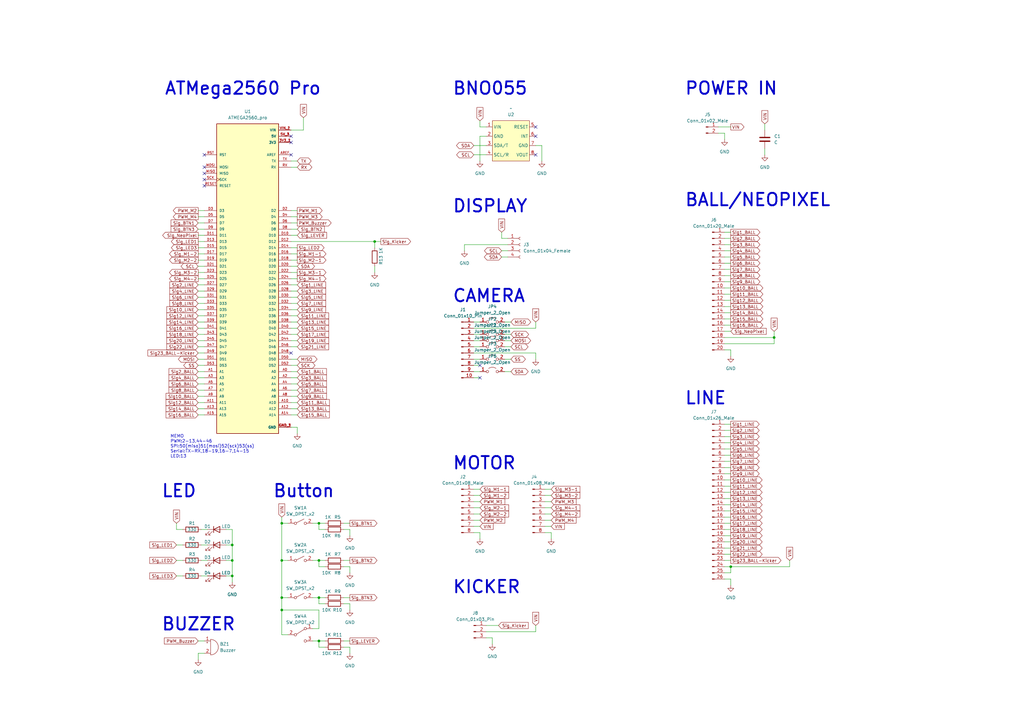
<source format=kicad_sch>
(kicad_sch (version 20230121) (generator eeschema)
  (paper "A3")
  (junction (at 299.72 232.41))
  (junction (at 115.57 214.63))
  (junction (at 95.25 223.52))
  (junction (at 130.81 245.11))
  (junction (at 130.81 229.87))
  (junction (at 115.57 229.87))
  (junction (at 95.25 236.22))
  (junction (at 130.81 214.63))
  (junction (at 95.25 229.87))
  (junction (at 153.67 99.06))
  (junction (at 115.57 250.19))
  (junction (at 317.5 138.43))
  (junction (at 130.81 262.89))
  (junction (at 115.57 245.11))
  (no_connect (at 119.38 144.78))
  (no_connect (at 196.85 149.86))
  (no_connect (at 196.85 154.94))
  (no_connect (at 83.82 63.5))
  (no_connect (at 83.82 73.66))
  (no_connect (at 83.82 71.12))
  (no_connect (at 83.82 68.58))
  (no_connect (at 119.38 58.42))
  (no_connect (at 119.38 55.88))
  (no_connect (at 219.71 63.5))
  (no_connect (at 119.38 63.5))
  (no_connect (at 219.71 52.07))
  (no_connect (at 219.71 55.88))
  (no_connect (at 83.82 76.2))
  (wire (pts (xy 119.38 121.92) (xy 121.92 121.92)))
  (wire (pts (xy 119.38 127) (xy 121.92 127)))
  (wire (pts (xy 205.74 102.87) (xy 208.28 102.87)))
  (wire (pts (xy 313.69 50.8) (xy 313.69 53.34)))
  (wire (pts (xy 194.31 215.9) (xy 196.85 215.9)))
  (wire (pts (xy 223.52 215.9) (xy 226.06 215.9)))
  (wire (pts (xy 297.18 143.51) (xy 299.72 143.51)))
  (wire (pts (xy 199.39 55.88) (xy 196.85 55.88)))
  (wire (pts (xy 81.28 129.54) (xy 83.82 129.54)))
  (wire (pts (xy 297.18 113.03) (xy 299.72 113.03)))
  (wire (pts (xy 143.51 232.41) (xy 143.51 234.95)))
  (wire (pts (xy 124.46 48.26) (xy 124.46 53.34)))
  (wire (pts (xy 297.18 212.09) (xy 299.72 212.09)))
  (wire (pts (xy 223.52 203.2) (xy 226.06 203.2)))
  (wire (pts (xy 194.31 59.69) (xy 199.39 59.69)))
  (wire (pts (xy 81.28 127) (xy 83.82 127)))
  (wire (pts (xy 74.93 217.17) (xy 72.39 217.17)))
  (wire (pts (xy 140.97 265.43) (xy 143.51 265.43)))
  (wire (pts (xy 194.31 142.24) (xy 196.85 142.24)))
  (wire (pts (xy 83.82 144.78) (xy 81.28 144.78)))
  (wire (pts (xy 297.18 110.49) (xy 299.72 110.49)))
  (wire (pts (xy 297.18 229.87) (xy 299.72 229.87)))
  (wire (pts (xy 196.85 55.88) (xy 196.85 66.04)))
  (wire (pts (xy 119.38 132.08) (xy 121.92 132.08)))
  (wire (pts (xy 81.28 91.44) (xy 83.82 91.44)))
  (wire (pts (xy 297.18 179.07) (xy 299.72 179.07)))
  (wire (pts (xy 92.71 217.17) (xy 95.25 217.17)))
  (wire (pts (xy 115.57 214.63) (xy 118.11 214.63)))
  (wire (pts (xy 297.18 237.49) (xy 299.72 237.49)))
  (wire (pts (xy 81.28 104.14) (xy 83.82 104.14)))
  (wire (pts (xy 201.93 261.62) (xy 201.93 264.16)))
  (wire (pts (xy 119.38 116.84) (xy 121.92 116.84)))
  (wire (pts (xy 153.67 99.06) (xy 156.21 99.06)))
  (wire (pts (xy 297.18 54.61) (xy 297.18 57.15)))
  (wire (pts (xy 140.97 229.87) (xy 143.51 229.87)))
  (wire (pts (xy 297.18 219.71) (xy 299.72 219.71)))
  (wire (pts (xy 74.93 236.22) (xy 72.39 236.22)))
  (wire (pts (xy 92.71 236.22) (xy 95.25 236.22)))
  (wire (pts (xy 143.51 247.65) (xy 143.51 250.19)))
  (wire (pts (xy 130.81 229.87) (xy 130.81 232.41)))
  (wire (pts (xy 297.18 189.23) (xy 299.72 189.23)))
  (wire (pts (xy 194.31 144.78) (xy 219.71 144.78)))
  (wire (pts (xy 140.97 214.63) (xy 143.51 214.63)))
  (wire (pts (xy 81.28 88.9) (xy 83.82 88.9)))
  (wire (pts (xy 130.81 214.63) (xy 130.81 217.17)))
  (wire (pts (xy 119.38 66.04) (xy 121.92 66.04)))
  (wire (pts (xy 81.28 142.24) (xy 83.82 142.24)))
  (wire (pts (xy 299.72 237.49) (xy 299.72 240.03)))
  (wire (pts (xy 297.18 120.65) (xy 299.72 120.65)))
  (wire (pts (xy 81.28 109.22) (xy 83.82 109.22)))
  (wire (pts (xy 297.18 234.95) (xy 299.72 234.95)))
  (wire (pts (xy 119.38 101.6) (xy 121.92 101.6)))
  (wire (pts (xy 81.28 162.56) (xy 83.82 162.56)))
  (wire (pts (xy 115.57 214.63) (xy 115.57 229.87)))
  (wire (pts (xy 153.67 99.06) (xy 153.67 101.6)))
  (wire (pts (xy 194.31 137.16) (xy 196.85 137.16)))
  (wire (pts (xy 130.81 262.89) (xy 130.81 265.43)))
  (wire (pts (xy 115.57 229.87) (xy 115.57 245.11)))
  (wire (pts (xy 199.39 259.08) (xy 219.71 259.08)))
  (wire (pts (xy 128.27 245.11) (xy 130.81 245.11)))
  (wire (pts (xy 223.52 210.82) (xy 226.06 210.82)))
  (wire (pts (xy 297.18 214.63) (xy 299.72 214.63)))
  (wire (pts (xy 194.31 203.2) (xy 196.85 203.2)))
  (wire (pts (xy 207.01 132.08) (xy 209.55 132.08)))
  (wire (pts (xy 130.81 229.87) (xy 133.35 229.87)))
  (wire (pts (xy 199.39 256.54) (xy 204.47 256.54)))
  (wire (pts (xy 95.25 236.22) (xy 95.25 238.76)))
  (wire (pts (xy 81.28 101.6) (xy 83.82 101.6)))
  (wire (pts (xy 323.85 229.87) (xy 323.85 232.41)))
  (wire (pts (xy 130.81 265.43) (xy 133.35 265.43)))
  (wire (pts (xy 119.38 134.62) (xy 121.92 134.62)))
  (wire (pts (xy 119.38 88.9) (xy 121.92 88.9)))
  (wire (pts (xy 119.38 53.34) (xy 124.46 53.34)))
  (wire (pts (xy 121.92 175.26) (xy 119.38 175.26)))
  (wire (pts (xy 140.97 245.11) (xy 143.51 245.11)))
  (wire (pts (xy 81.28 137.16) (xy 83.82 137.16)))
  (wire (pts (xy 81.28 119.38) (xy 83.82 119.38)))
  (wire (pts (xy 119.38 91.44) (xy 121.92 91.44)))
  (wire (pts (xy 223.52 208.28) (xy 226.06 208.28)))
  (wire (pts (xy 121.92 177.8) (xy 121.92 175.26)))
  (wire (pts (xy 297.18 196.85) (xy 299.72 196.85)))
  (wire (pts (xy 82.55 223.52) (xy 85.09 223.52)))
  (wire (pts (xy 208.28 97.79) (xy 205.74 97.79)))
  (wire (pts (xy 81.28 262.89) (xy 83.82 262.89)))
  (wire (pts (xy 219.71 132.08) (xy 219.71 134.62)))
  (wire (pts (xy 194.31 213.36) (xy 196.85 213.36)))
  (wire (pts (xy 299.72 143.51) (xy 299.72 146.05)))
  (wire (pts (xy 81.28 99.06) (xy 83.82 99.06)))
  (wire (pts (xy 297.18 102.87) (xy 299.72 102.87)))
  (wire (pts (xy 130.81 245.11) (xy 133.35 245.11)))
  (wire (pts (xy 74.93 223.52) (xy 72.39 223.52)))
  (wire (pts (xy 81.28 96.52) (xy 83.82 96.52)))
  (wire (pts (xy 95.25 217.17) (xy 95.25 223.52)))
  (wire (pts (xy 130.81 217.17) (xy 133.35 217.17)))
  (wire (pts (xy 297.18 232.41) (xy 299.72 232.41)))
  (wire (pts (xy 297.18 133.35) (xy 299.72 133.35)))
  (wire (pts (xy 194.31 132.08) (xy 196.85 132.08)))
  (wire (pts (xy 196.85 218.44) (xy 194.31 218.44)))
  (wire (pts (xy 82.55 217.17) (xy 85.09 217.17)))
  (wire (pts (xy 194.31 152.4) (xy 196.85 152.4)))
  (wire (pts (xy 294.64 52.07) (xy 299.72 52.07)))
  (wire (pts (xy 219.71 59.69) (xy 222.25 59.69)))
  (wire (pts (xy 143.51 217.17) (xy 143.51 219.71)))
  (wire (pts (xy 119.38 68.58) (xy 121.92 68.58)))
  (wire (pts (xy 81.28 93.98) (xy 83.82 93.98)))
  (wire (pts (xy 130.81 262.89) (xy 133.35 262.89)))
  (wire (pts (xy 219.71 256.54) (xy 219.71 259.08)))
  (wire (pts (xy 190.5 100.33) (xy 190.5 102.87)))
  (wire (pts (xy 119.38 111.76) (xy 121.92 111.76)))
  (wire (pts (xy 207.01 139.7) (xy 209.55 139.7)))
  (wire (pts (xy 153.67 109.22) (xy 153.67 111.76)))
  (wire (pts (xy 81.28 116.84) (xy 83.82 116.84)))
  (wire (pts (xy 196.85 52.07) (xy 196.85 49.53)))
  (wire (pts (xy 297.18 224.79) (xy 299.72 224.79)))
  (wire (pts (xy 83.82 267.97) (xy 81.28 267.97)))
  (wire (pts (xy 297.18 173.99) (xy 299.72 173.99)))
  (wire (pts (xy 92.71 229.87) (xy 95.25 229.87)))
  (wire (pts (xy 317.5 135.89) (xy 317.5 138.43)))
  (wire (pts (xy 82.55 229.87) (xy 85.09 229.87)))
  (wire (pts (xy 297.18 130.81) (xy 299.72 130.81)))
  (wire (pts (xy 297.18 181.61) (xy 299.72 181.61)))
  (wire (pts (xy 223.52 200.66) (xy 226.06 200.66)))
  (wire (pts (xy 297.18 105.41) (xy 299.72 105.41)))
  (wire (pts (xy 199.39 52.07) (xy 196.85 52.07)))
  (wire (pts (xy 297.18 135.89) (xy 299.72 135.89)))
  (wire (pts (xy 119.38 170.18) (xy 121.92 170.18)))
  (wire (pts (xy 81.28 132.08) (xy 83.82 132.08)))
  (wire (pts (xy 81.28 267.97) (xy 81.28 270.51)))
  (wire (pts (xy 82.55 236.22) (xy 85.09 236.22)))
  (wire (pts (xy 119.38 93.98) (xy 121.92 93.98)))
  (wire (pts (xy 199.39 261.62) (xy 201.93 261.62)))
  (wire (pts (xy 74.93 229.87) (xy 72.39 229.87)))
  (wire (pts (xy 119.38 160.02) (xy 121.92 160.02)))
  (wire (pts (xy 140.97 217.17) (xy 143.51 217.17)))
  (wire (pts (xy 119.38 129.54) (xy 121.92 129.54)))
  (wire (pts (xy 297.18 204.47) (xy 299.72 204.47)))
  (wire (pts (xy 130.81 245.11) (xy 130.81 247.65)))
  (wire (pts (xy 119.38 119.38) (xy 121.92 119.38)))
  (wire (pts (xy 317.5 140.97) (xy 317.5 138.43)))
  (wire (pts (xy 226.06 218.44) (xy 223.52 218.44)))
  (wire (pts (xy 119.38 162.56) (xy 121.92 162.56)))
  (wire (pts (xy 299.72 232.41) (xy 323.85 232.41)))
  (wire (pts (xy 297.18 128.27) (xy 299.72 128.27)))
  (wire (pts (xy 81.28 106.68) (xy 83.82 106.68)))
  (wire (pts (xy 81.28 134.62) (xy 83.82 134.62)))
  (wire (pts (xy 297.18 191.77) (xy 299.72 191.77)))
  (wire (pts (xy 95.25 223.52) (xy 95.25 229.87)))
  (wire (pts (xy 207.01 152.4) (xy 209.55 152.4)))
  (wire (pts (xy 121.92 109.22) (xy 119.38 109.22)))
  (wire (pts (xy 297.18 186.69) (xy 299.72 186.69)))
  (wire (pts (xy 297.18 184.15) (xy 299.72 184.15)))
  (wire (pts (xy 297.18 138.43) (xy 317.5 138.43)))
  (wire (pts (xy 128.27 257.81) (xy 130.81 257.81)))
  (wire (pts (xy 297.18 140.97) (xy 317.5 140.97)))
  (wire (pts (xy 81.28 149.86) (xy 83.82 149.86)))
  (wire (pts (xy 119.38 167.64) (xy 121.92 167.64)))
  (wire (pts (xy 81.28 157.48) (xy 83.82 157.48)))
  (wire (pts (xy 194.31 139.7) (xy 196.85 139.7)))
  (wire (pts (xy 297.18 201.93) (xy 299.72 201.93)))
  (wire (pts (xy 81.28 139.7) (xy 83.82 139.7)))
  (wire (pts (xy 81.28 121.92) (xy 83.82 121.92)))
  (wire (pts (xy 194.31 200.66) (xy 196.85 200.66)))
  (wire (pts (xy 81.28 167.64) (xy 83.82 167.64)))
  (wire (pts (xy 205.74 95.25) (xy 205.74 97.79)))
  (wire (pts (xy 119.38 114.3) (xy 121.92 114.3)))
  (wire (pts (xy 297.18 227.33) (xy 299.72 227.33)))
  (wire (pts (xy 119.38 106.68) (xy 121.92 106.68)))
  (wire (pts (xy 119.38 152.4) (xy 121.92 152.4)))
  (wire (pts (xy 119.38 86.36) (xy 121.92 86.36)))
  (wire (pts (xy 140.97 262.89) (xy 143.51 262.89)))
  (wire (pts (xy 128.27 262.89) (xy 130.81 262.89)))
  (wire (pts (xy 297.18 207.01) (xy 299.72 207.01)))
  (wire (pts (xy 194.31 149.86) (xy 196.85 149.86)))
  (wire (pts (xy 119.38 165.1) (xy 121.92 165.1)))
  (wire (pts (xy 81.28 124.46) (xy 83.82 124.46)))
  (wire (pts (xy 297.18 97.79) (xy 299.72 97.79)))
  (wire (pts (xy 194.31 205.74) (xy 196.85 205.74)))
  (wire (pts (xy 81.28 86.36) (xy 83.82 86.36)))
  (wire (pts (xy 119.38 96.52) (xy 121.92 96.52)))
  (wire (pts (xy 143.51 265.43) (xy 143.51 267.97)))
  (wire (pts (xy 297.18 118.11) (xy 299.72 118.11)))
  (wire (pts (xy 81.28 165.1) (xy 83.82 165.1)))
  (wire (pts (xy 207.01 137.16) (xy 209.55 137.16)))
  (wire (pts (xy 119.38 157.48) (xy 121.92 157.48)))
  (wire (pts (xy 130.81 214.63) (xy 133.35 214.63)))
  (wire (pts (xy 119.38 139.7) (xy 121.92 139.7)))
  (wire (pts (xy 297.18 95.25) (xy 299.72 95.25)))
  (wire (pts (xy 223.52 205.74) (xy 226.06 205.74)))
  (wire (pts (xy 297.18 194.31) (xy 299.72 194.31)))
  (wire (pts (xy 194.31 63.5) (xy 199.39 63.5)))
  (wire (pts (xy 207.01 142.24) (xy 209.55 142.24)))
  (wire (pts (xy 196.85 220.98) (xy 196.85 218.44)))
  (wire (pts (xy 208.28 100.33) (xy 190.5 100.33)))
  (wire (pts (xy 299.72 232.41) (xy 299.72 234.95)))
  (wire (pts (xy 297.18 115.57) (xy 299.72 115.57)))
  (wire (pts (xy 219.71 144.78) (xy 219.71 147.32)))
  (wire (pts (xy 119.38 104.14) (xy 121.92 104.14)))
  (wire (pts (xy 119.38 137.16) (xy 121.92 137.16)))
  (wire (pts (xy 119.38 142.24) (xy 121.92 142.24)))
  (wire (pts (xy 140.97 247.65) (xy 143.51 247.65)))
  (wire (pts (xy 297.18 217.17) (xy 299.72 217.17)))
  (wire (pts (xy 194.31 134.62) (xy 219.71 134.62)))
  (wire (pts (xy 297.18 209.55) (xy 299.72 209.55)))
  (wire (pts (xy 81.28 147.32) (xy 83.82 147.32)))
  (wire (pts (xy 115.57 212.09) (xy 115.57 214.63)))
  (wire (pts (xy 130.81 257.81) (xy 130.81 250.19)))
  (wire (pts (xy 115.57 245.11) (xy 115.57 250.19)))
  (wire (pts (xy 297.18 176.53) (xy 299.72 176.53)))
  (wire (pts (xy 128.27 214.63) (xy 130.81 214.63)))
  (wire (pts (xy 226.06 220.98) (xy 226.06 218.44)))
  (wire (pts (xy 128.27 229.87) (xy 130.81 229.87)))
  (wire (pts (xy 194.31 147.32) (xy 196.85 147.32)))
  (wire (pts (xy 223.52 213.36) (xy 226.06 213.36)))
  (wire (pts (xy 297.18 100.33) (xy 299.72 100.33)))
  (wire (pts (xy 119.38 124.46) (xy 121.92 124.46)))
  (wire (pts (xy 115.57 250.19) (xy 115.57 260.35)))
  (wire (pts (xy 81.28 154.94) (xy 83.82 154.94)))
  (wire (pts (xy 205.74 105.41) (xy 208.28 105.41)))
  (wire (pts (xy 297.18 107.95) (xy 299.72 107.95)))
  (wire (pts (xy 194.31 154.94) (xy 196.85 154.94)))
  (wire (pts (xy 81.28 160.02) (xy 83.82 160.02)))
  (wire (pts (xy 222.25 59.69) (xy 222.25 66.04)))
  (wire (pts (xy 119.38 147.32) (xy 121.92 147.32)))
  (wire (pts (xy 115.57 260.35) (xy 118.11 260.35)))
  (wire (pts (xy 95.25 229.87) (xy 95.25 236.22)))
  (wire (pts (xy 115.57 229.87) (xy 118.11 229.87)))
  (wire (pts (xy 207.01 147.32) (xy 209.55 147.32)))
  (wire (pts (xy 81.28 114.3) (xy 83.82 114.3)))
  (wire (pts (xy 194.31 208.28) (xy 196.85 208.28)))
  (wire (pts (xy 297.18 222.25) (xy 299.72 222.25)))
  (wire (pts (xy 297.18 199.39) (xy 299.72 199.39)))
  (wire (pts (xy 119.38 99.06) (xy 153.67 99.06)))
  (wire (pts (xy 294.64 54.61) (xy 297.18 54.61)))
  (wire (pts (xy 130.81 250.19) (xy 115.57 250.19)))
  (wire (pts (xy 297.18 123.19) (xy 299.72 123.19)))
  (wire (pts (xy 72.39 214.63) (xy 72.39 217.17)))
  (wire (pts (xy 92.71 223.52) (xy 95.25 223.52)))
  (wire (pts (xy 130.81 247.65) (xy 133.35 247.65)))
  (wire (pts (xy 130.81 232.41) (xy 133.35 232.41)))
  (wire (pts (xy 119.38 149.86) (xy 121.92 149.86)))
  (wire (pts (xy 81.28 152.4) (xy 83.82 152.4)))
  (wire (pts (xy 297.18 125.73) (xy 299.72 125.73)))
  (wire (pts (xy 119.38 154.94) (xy 121.92 154.94)))
  (wire (pts (xy 81.28 170.18) (xy 83.82 170.18)))
  (wire (pts (xy 313.69 60.96) (xy 313.69 63.5)))
  (wire (pts (xy 115.57 245.11) (xy 118.11 245.11)))
  (wire (pts (xy 81.28 111.76) (xy 83.82 111.76)))
  (wire (pts (xy 194.31 210.82) (xy 196.85 210.82)))
  (wire (pts (xy 140.97 232.41) (xy 143.51 232.41)))
  (text "BALL/NEOPIXEL" (at 280.67 85.09 0) (effects (font (size 5.08 5.08) (thickness 0.762) bold) (justify left bottom)))
  (text "DISPLAY" (at 185.42 87.63 0) (effects (font (size 5.08 5.08) (thickness 0.762) bold) (justify left bottom)))
  (text "CAMERA" (at 185.42 124.46 0) (effects (font (size 5.08 5.08) (thickness 0.762) bold) (justify left bottom)))
  (text "LED" (at 66.04 204.47 0) (effects (font (size 5.08 5.08) (thickness 0.762) bold) (justify left bottom)))
  (text "BNO055" (at 185.42 39.37 0) (effects (font (size 5.08 5.08) (thickness 0.762) bold) (justify left bottom)))
  (text "Button" (at 111.76 204.47 0) (effects (font (size 5.08 5.08) (thickness 0.762) bold) (justify left bottom)))
  (text "BUZZER" (at 66.04 259.08 0) (effects (font (size 5.08 5.08) (thickness 0.762) bold) (justify left bottom)))
  (text "MOTOR" (at 185.42 193.04 0) (effects (font (size 5.08 5.08) (thickness 0.762) bold) (justify left bottom)))
  (text "MEMO\nPWM:2-13,44-46\nSPI:50(miso)51(mosi)52(sck)53(ss)\nSerial:TX-RX,18-19,16-7,14-15\nLED:13" (at 69.85 187.96 0) (effects (font (size 1.27 1.27)) (justify left bottom)))
  (text "LINE" (at 280.67 166.37 0) (effects (font (size 5.08 5.08) (thickness 0.762) bold) (justify left bottom)))
  (text "POWER IN" (at 280.67 39.37 0) (effects (font (size 5.08 5.08) (thickness 0.762) bold) (justify left bottom)))
  (text "KICKER" (at 185.42 243.84 0) (effects (font (size 5.08 5.08) (thickness 0.762) bold) (justify left bottom)))
  (text "ATMega2560 Pro" (at 67.31 39.37 0) (effects (font (size 5.08 5.08) (thickness 0.762) bold) (justify left bottom)))
  (global_label "Sig22_LINE" (shape input) (at 81.28 142.24 180) (property "Intersheetrefs" "${INTERSHEET_REFS}" (effects hide)))
  (global_label "Sig5_LINE" (shape output) (at 299.72 184.15 0) (property "Intersheetrefs" "${INTERSHEET_REFS}" (effects hide)))
  (global_label "PWM_M4" (shape input) (at 226.06 213.36 0) (property "Intersheetrefs" "${INTERSHEET_REFS}" (effects hide)))
  (global_label "VIN" (shape input) (at 313.69 50.8 90) (property "Intersheetrefs" "${INTERSHEET_REFS}" (effects hide)))
  (global_label "Sig7_BALL" (shape input) (at 121.92 160.02 0) (property "Intersheetrefs" "${INTERSHEET_REFS}" (effects hide)))
  (global_label "Sig15_BALL" (shape input) (at 121.92 170.18 0) (property "Intersheetrefs" "${INTERSHEET_REFS}" (effects hide)))
  (global_label "Sig6_BALL" (shape output) (at 299.72 107.95 0) (property "Intersheetrefs" "${INTERSHEET_REFS}" (effects hide)))
  (global_label "PWM_Buzzer" (shape output) (at 121.92 91.44 0) (property "Intersheetrefs" "${INTERSHEET_REFS}" (effects hide)))
  (global_label "SDA" (shape bidirectional) (at 194.31 59.69 180) (property "Intersheetrefs" "${INTERSHEET_REFS}" (effects hide)))
  (global_label "Sig16_LINE" (shape input) (at 81.28 134.62 180) (property "Intersheetrefs" "${INTERSHEET_REFS}" (effects hide)))
  (global_label "Sig17_LINE" (shape input) (at 121.92 137.16 0) (property "Intersheetrefs" "${INTERSHEET_REFS}" (effects hide)))
  (global_label "VIN" (shape input) (at 323.85 229.87 90) (property "Intersheetrefs" "${INTERSHEET_REFS}" (effects hide)))
  (global_label "VIN" (shape input) (at 205.74 95.25 90) (property "Intersheetrefs" "${INTERSHEET_REFS}" (effects hide)))
  (global_label "Sig9_BALL" (shape output) (at 299.72 115.57 0) (property "Intersheetrefs" "${INTERSHEET_REFS}" (effects hide)))
  (global_label "Sig_LED3" (shape output) (at 81.28 101.6 180) (property "Intersheetrefs" "${INTERSHEET_REFS}" (effects hide)))
  (global_label "Sig5_BALL" (shape input) (at 121.92 157.48 0) (property "Intersheetrefs" "${INTERSHEET_REFS}" (effects hide)))
  (global_label "Sig16_LINE" (shape output) (at 299.72 212.09 0) (property "Intersheetrefs" "${INTERSHEET_REFS}" (effects hide)))
  (global_label "Sig11_LINE" (shape output) (at 299.72 199.39 0) (property "Intersheetrefs" "${INTERSHEET_REFS}" (effects hide)))
  (global_label "Sig13_LINE" (shape output) (at 299.72 204.47 0) (property "Intersheetrefs" "${INTERSHEET_REFS}" (effects hide)))
  (global_label "Sig20_LINE" (shape output) (at 299.72 222.25 0) (property "Intersheetrefs" "${INTERSHEET_REFS}" (effects hide)))
  (global_label "Sig11_LINE" (shape input) (at 121.92 129.54 0) (property "Intersheetrefs" "${INTERSHEET_REFS}" (effects hide)))
  (global_label "Sig15_LINE" (shape input) (at 121.92 134.62 0) (property "Intersheetrefs" "${INTERSHEET_REFS}" (effects hide)))
  (global_label "Sig_M1-1" (shape input) (at 196.85 200.66 0) (property "Intersheetrefs" "${INTERSHEET_REFS}" (effects hide)))
  (global_label "Sig_LED1" (shape input) (at 72.39 223.52 180) (property "Intersheetrefs" "${INTERSHEET_REFS}" (effects hide)))
  (global_label "SS" (shape bidirectional) (at 209.55 147.32 0) (property "Intersheetrefs" "${INTERSHEET_REFS}" (effects hide)))
  (global_label "Sig_LED3" (shape input) (at 72.39 236.22 180) (property "Intersheetrefs" "${INTERSHEET_REFS}" (effects hide)))
  (global_label "PWM_M2" (shape output) (at 81.28 86.36 180) (property "Intersheetrefs" "${INTERSHEET_REFS}" (effects hide)))
  (global_label "SCL" (shape bidirectional) (at 81.28 109.22 180) (property "Intersheetrefs" "${INTERSHEET_REFS}" (effects hide)))
  (global_label "Sig_M3-1" (shape output) (at 121.92 111.76 0) (property "Intersheetrefs" "${INTERSHEET_REFS}" (effects hide)))
  (global_label "MOSI" (shape bidirectional) (at 209.55 139.7 0) (property "Intersheetrefs" "${INTERSHEET_REFS}" (effects hide)))
  (global_label "Sig15_LINE" (shape output) (at 299.72 209.55 0) (property "Intersheetrefs" "${INTERSHEET_REFS}" (effects hide)))
  (global_label "Sig_M4-2" (shape input) (at 226.06 210.82 0) (property "Intersheetrefs" "${INTERSHEET_REFS}" (effects hide)))
  (global_label "Sig3_LINE" (shape output) (at 299.72 179.07 0) (property "Intersheetrefs" "${INTERSHEET_REFS}" (effects hide)))
  (global_label "Sig11_BALL" (shape output) (at 299.72 120.65 0) (property "Intersheetrefs" "${INTERSHEET_REFS}" (effects hide)))
  (global_label "SDA" (shape bidirectional) (at 121.92 109.22 0) (property "Intersheetrefs" "${INTERSHEET_REFS}" (effects hide)))
  (global_label "Sig4_LINE" (shape output) (at 299.72 181.61 0) (property "Intersheetrefs" "${INTERSHEET_REFS}" (effects hide)))
  (global_label "SCK" (shape bidirectional) (at 121.92 149.86 0) (property "Intersheetrefs" "${INTERSHEET_REFS}" (effects hide)))
  (global_label "VIN" (shape input) (at 317.5 135.89 90) (property "Intersheetrefs" "${INTERSHEET_REFS}" (effects hide)))
  (global_label "TX" (shape bidirectional) (at 121.92 66.04 0) (property "Intersheetrefs" "${INTERSHEET_REFS}" (effects hide)))
  (global_label "Sig10_BALL" (shape output) (at 299.72 118.11 0) (property "Intersheetrefs" "${INTERSHEET_REFS}" (effects hide)))
  (global_label "Sig12_LINE" (shape output) (at 299.72 201.93 0) (property "Intersheetrefs" "${INTERSHEET_REFS}" (effects hide)))
  (global_label "Sig_M2-2" (shape output) (at 81.28 106.68 180) (property "Intersheetrefs" "${INTERSHEET_REFS}" (effects hide)))
  (global_label "Sig_M2-1" (shape input) (at 196.85 208.28 0) (property "Intersheetrefs" "${INTERSHEET_REFS}" (effects hide)))
  (global_label "SDA" (shape bidirectional) (at 205.74 105.41 180) (property "Intersheetrefs" "${INTERSHEET_REFS}" (effects hide)))
  (global_label "SCL" (shape bidirectional) (at 205.74 102.87 180) (property "Intersheetrefs" "${INTERSHEET_REFS}" (effects hide)))
  (global_label "Sig_M3-2" (shape input) (at 226.06 203.2 0) (property "Intersheetrefs" "${INTERSHEET_REFS}" (effects hide)))
  (global_label "SCK" (shape bidirectional) (at 209.55 137.16 0) (property "Intersheetrefs" "${INTERSHEET_REFS}" (effects hide)))
  (global_label "Sig9_LINE" (shape input) (at 121.92 127 0) (property "Intersheetrefs" "${INTERSHEET_REFS}" (effects hide)))
  (global_label "Sig_M3-2" (shape output) (at 81.28 111.76 180) (property "Intersheetrefs" "${INTERSHEET_REFS}" (effects hide)))
  (global_label "Sig2_BALL" (shape input) (at 81.28 152.4 180) (property "Intersheetrefs" "${INTERSHEET_REFS}" (effects hide)))
  (global_label "Sig_BTN2" (shape input) (at 121.92 93.98 0) (property "Intersheetrefs" "${INTERSHEET_REFS}" (effects hide)))
  (global_label "Sig_BTN3" (shape output) (at 143.51 245.11 0) (property "Intersheetrefs" "${INTERSHEET_REFS}" (effects hide)))
  (global_label "Sig12_BALL" (shape output) (at 299.72 123.19 0) (property "Intersheetrefs" "${INTERSHEET_REFS}" (effects hide)))
  (global_label "Sig6_LINE" (shape input) (at 81.28 121.92 180) (property "Intersheetrefs" "${INTERSHEET_REFS}" (effects hide)))
  (global_label "Sig12_LINE" (shape input) (at 81.28 129.54 180) (property "Intersheetrefs" "${INTERSHEET_REFS}" (effects hide)))
  (global_label "Sig1_LINE" (shape input) (at 121.92 116.84 0) (property "Intersheetrefs" "${INTERSHEET_REFS}" (effects hide)))
  (global_label "Sig14_BALL" (shape input) (at 81.28 167.64 180) (property "Intersheetrefs" "${INTERSHEET_REFS}" (effects hide)))
  (global_label "PWM_M3" (shape output) (at 121.92 88.9 0) (property "Intersheetrefs" "${INTERSHEET_REFS}" (effects hide)))
  (global_label "Sig_NeoPixel" (shape input) (at 299.72 135.89 0) (property "Intersheetrefs" "${INTERSHEET_REFS}" (effects hide)))
  (global_label "MOSI" (shape bidirectional) (at 81.28 147.32 180) (property "Intersheetrefs" "${INTERSHEET_REFS}" (effects hide)))
  (global_label "Sig18_LINE" (shape output) (at 299.72 217.17 0) (property "Intersheetrefs" "${INTERSHEET_REFS}" (effects hide)))
  (global_label "SCL" (shape bidirectional) (at 194.31 63.5 180) (property "Intersheetrefs" "${INTERSHEET_REFS}" (effects hide)))
  (global_label "Sig_LED2" (shape input) (at 72.39 229.87 180) (property "Intersheetrefs" "${INTERSHEET_REFS}" (effects hide)))
  (global_label "Sig16_BALL" (shape output) (at 299.72 133.35 0) (property "Intersheetrefs" "${INTERSHEET_REFS}" (effects hide)))
  (global_label "RX" (shape bidirectional) (at 121.92 68.58 0) (property "Intersheetrefs" "${INTERSHEET_REFS}" (effects hide)))
  (global_label "Sig_M2-1" (shape output) (at 121.92 106.68 0) (property "Intersheetrefs" "${INTERSHEET_REFS}" (effects hide)))
  (global_label "PWM_M2" (shape input) (at 196.85 213.36 0) (property "Intersheetrefs" "${INTERSHEET_REFS}" (effects hide)))
  (global_label "VIN" (shape input) (at 196.85 49.53 90) (property "Intersheetrefs" "${INTERSHEET_REFS}" (effects hide)))
  (global_label "Sig_M1-1" (shape output) (at 121.92 104.14 0) (property "Intersheetrefs" "${INTERSHEET_REFS}" (effects hide)))
  (global_label "Sig_LEVER" (shape output) (at 143.51 262.89 0) (property "Intersheetrefs" "${INTERSHEET_REFS}" (effects hide)))
  (global_label "Sig5_BALL" (shape output) (at 299.72 105.41 0) (property "Intersheetrefs" "${INTERSHEET_REFS}" (effects hide)))
  (global_label "Sig4_BALL" (shape output) (at 299.72 102.87 0) (property "Intersheetrefs" "${INTERSHEET_REFS}" (effects hide)))
  (global_label "Sig_Kicker" (shape output) (at 156.21 99.06 0) (property "Intersheetrefs" "${INTERSHEET_REFS}" (effects hide)))
  (global_label "Sig1_BALL" (shape output) (at 299.72 95.25 0) (property "Intersheetrefs" "${INTERSHEET_REFS}" (effects hide)))
  (global_label "Sig22_LINE" (shape output) (at 299.72 227.33 0) (property "Intersheetrefs" "${INTERSHEET_REFS}" (effects hide)))
  (global_label "Sig15_BALL" (shape output) (at 299.72 130.81 0) (property "Intersheetrefs" "${INTERSHEET_REFS}" (effects hide)))
  (global_label "Sig_LEVER" (shape input) (at 121.92 96.52 0) (property "Intersheetrefs" "${INTERSHEET_REFS}" (effects hide)))
  (global_label "Sig7_LINE" (shape input) (at 121.92 124.46 0) (property "Intersheetrefs" "${INTERSHEET_REFS}" (effects hide)))
  (global_label "Sig6_LINE" (shape output) (at 299.72 186.69 0) (property "Intersheetrefs" "${INTERSHEET_REFS}" (effects hide)))
  (global_label "VIN" (shape input) (at 72.39 214.63 90) (property "Intersheetrefs" "${INTERSHEET_REFS}" (effects hide)))
  (global_label "Sig16_BALL" (shape input) (at 81.28 170.18 180) (property "Intersheetrefs" "${INTERSHEET_REFS}" (effects hide)))
  (global_label "VIN" (shape input) (at 196.85 215.9 0) (property "Intersheetrefs" "${INTERSHEET_REFS}" (effects hide)))
  (global_label "Sig_BTN1" (shape input) (at 81.28 91.44 180) (property "Intersheetrefs" "${INTERSHEET_REFS}" (effects hide)))
  (global_label "Sig4_LINE" (shape input) (at 81.28 119.38 180) (property "Intersheetrefs" "${INTERSHEET_REFS}" (effects hide)))
  (global_label "Sig17_LINE" (shape output) (at 299.72 214.63 0) (property "Intersheetrefs" "${INTERSHEET_REFS}" (effects hide)))
  (global_label "Sig_BTN2" (shape output) (at 143.51 229.87 0) (property "Intersheetrefs" "${INTERSHEET_REFS}" (effects hide)))
  (global_label "Sig18_LINE" (shape input) (at 81.28 137.16 180) (property "Intersheetrefs" "${INTERSHEET_REFS}" (effects hide)))
  (global_label "Sig14_LINE" (shape input) (at 81.28 132.08 180) (property "Intersheetrefs" "${INTERSHEET_REFS}" (effects hide)))
  (global_label "Sig4_BALL" (shape input) (at 81.28 154.94 180) (property "Intersheetrefs" "${INTERSHEET_REFS}" (effects hide)))
  (global_label "SS" (shape bidirectional) (at 81.28 149.86 180) (property "Intersheetrefs" "${INTERSHEET_REFS}" (effects hide)))
  (global_label "Sig10_BALL" (shape input) (at 81.28 162.56 180) (property "Intersheetrefs" "${INTERSHEET_REFS}" (effects hide)))
  (global_label "Sig8_BALL" (shape input) (at 81.28 160.02 180) (property "Intersheetrefs" "${INTERSHEET_REFS}" (effects hide)))
  (global_label "MISO" (shape bidirectional) (at 209.55 132.08 0) (property "Intersheetrefs" "${INTERSHEET_REFS}" (effects hide)))
  (global_label "Sig14_BALL" (shape output) (at 299.72 128.27 0) (property "Intersheetrefs" "${INTERSHEET_REFS}" (effects hide)))
  (global_label "VIN" (shape input) (at 124.46 48.26 90) (property "Intersheetrefs" "${INTERSHEET_REFS}" (effects hide)))
  (global_label "Sig12_BALL" (shape input) (at 81.28 165.1 180) (property "Intersheetrefs" "${INTERSHEET_REFS}" (effects hide)))
  (global_label "Sig13_BALL" (shape output) (at 299.72 125.73 0) (property "Intersheetrefs" "${INTERSHEET_REFS}" (effects hide)))
  (global_label "PWM_M3" (shape input) (at 226.06 205.74 0) (property "Intersheetrefs" "${INTERSHEET_REFS}" (effects hide)))
  (global_label "Sig11_BALL" (shape input) (at 121.92 165.1 0) (property "Intersheetrefs" "${INTERSHEET_REFS}" (effects hide)))
  (global_label "Sig9_LINE" (shape output) (at 299.72 194.31 0) (property "Intersheetrefs" "${INTERSHEET_REFS}" (effects hide)))
  (global_label "VIN" (shape input) (at 115.57 212.09 90) (property "Intersheetrefs" "${INTERSHEET_REFS}" (effects hide)))
  (global_label "Sig23_BALL-Kicker" (shape input) (at 81.28 144.78 180) (property "Intersheetrefs" "${INTERSHEET_REFS}" (effects hide)))
  (global_label "Sig8_BALL" (shape output) (at 299.72 113.03 0) (property "Intersheetrefs" "${INTERSHEET_REFS}" (effects hide)))
  (global_label "Sig_BTN1" (shape output) (at 143.51 214.63 0) (property "Intersheetrefs" "${INTERSHEET_REFS}" (effects hide)))
  (global_label "Sig3_LINE" (shape input) (at 121.92 119.38 0) (property "Intersheetrefs" "${INTERSHEET_REFS}" (effects hide)))
  (global_label "Sig8_LINE" (shape output) (at 299.72 191.77 0) (property "Intersheetrefs" "${INTERSHEET_REFS}" (effects hide)))
  (global_label "Sig_M4-1" (shape output) (at 121.92 114.3 0) (property "Intersheetrefs" "${INTERSHEET_REFS}" (effects hide)))
  (global_label "Sig19_LINE" (shape output) (at 299.72 219.71 0) (property "Intersheetrefs" "${INTERSHEET_REFS}" (effects hide)))
  (global_label "Sig_M3-1" (shape input) (at 226.06 200.66 0) (property "Intersheetrefs" "${INTERSHEET_REFS}" (effects hide)))
  (global_label "PWM_Buzzer" (shape input) (at 81.28 262.89 180) (property "Intersheetrefs" "${INTERSHEET_REFS}" (effects hide)))
  (global_label "Sig9_BALL" (shape input) (at 121.92 162.56 0) (property "Intersheetrefs" "${INTERSHEET_REFS}" (effects hide)))
  (global_label "Sig_M4-2" (shape output) (at 81.28 114.3 180) (property "Intersheetrefs" "${INTERSHEET_REFS}" (effects hide)))
  (global_label "Sig5_LINE" (shape input) (at 121.92 121.92 0) (property "Intersheetrefs" "${INTERSHEET_REFS}" (effects hide)))
  (global_label "Sig21_LINE" (shape output) (at 299.72 224.79 0) (property "Intersheetrefs" "${INTERSHEET_REFS}" (effects hide)))
  (global_label "Sig_M1-2" (shape output) (at 81.28 104.14 180) (property "Intersheetrefs" "${INTERSHEET_REFS}" (effects hide)))
  (global_label "Sig_M4-1" (shape input) (at 226.06 208.28 0) (property "Intersheetrefs" "${INTERSHEET_REFS}" (effects hide)))
  (global_label "Sig8_LINE" (shape input) (at 81.28 124.46 180) (property "Intersheetrefs" "${INTERSHEET_REFS}" (effects hide)))
  (global_label "Sig23_BALL-Kicker" (shape output) (at 299.72 229.87 0) (property "Intersheetrefs" "${INTERSHEET_REFS}" (effects hide)))
  (global_label "Sig_LED2" (shape output) (at 121.92 101.6 0) (property "Intersheetrefs" "${INTERSHEET_REFS}" (effects hide)))
  (global_label "Sig19_LINE" (shape input) (at 121.92 139.7 0) (property "Intersheetrefs" "${INTERSHEET_REFS}" (effects hide)))
  (global_label "Sig6_BALL" (shape input) (at 81.28 157.48 180) (property "Intersheetrefs" "${INTERSHEET_REFS}" (effects hide)))
  (global_label "Sig13_BALL" (shape input) (at 121.92 167.64 0) (property "Intersheetrefs" "${INTERSHEET_REFS}" (effects hide)))
  (global_label "MISO" (shape bidirectional) (at 121.92 147.32 0) (property "Intersheetrefs" "${INTERSHEET_REFS}" (effects hide)))
  (global_label "Sig1_LINE" (shape output) (at 299.72 173.99 0) (property "Intersheetrefs" "${INTERSHEET_REFS}" (effects hide)))
  (global_label "Sig21_LINE" (shape input) (at 121.92 142.24 0) (property "Intersheetrefs" "${INTERSHEET_REFS}" (effects hide)))
  (global_label "Sig10_LINE" (shape input) (at 81.28 127 180) (property "Intersheetrefs" "${INTERSHEET_REFS}" (effects hide)))
  (global_label "Sig_M2-2" (shape input) (at 196.85 210.82 0) (property "Intersheetrefs" "${INTERSHEET_REFS}" (effects hide)))
  (global_label "Sig7_LINE" (shape output) (at 299.72 189.23 0) (property "Intersheetrefs" "${INTERSHEET_REFS}" (effects hide)))
  (global_label "Sig20_LINE" (shape input) (at 81.28 139.7 180) (property "Intersheetrefs" "${INTERSHEET_REFS}" (effects hide)))
  (global_label "Sig10_LINE" (shape output) (at 299.72 196.85 0) (property "Intersheetrefs" "${INTERSHEET_REFS}" (effects hide)))
  (global_label "PWM_M1" (shape input) (at 196.85 205.74 0) (property "Intersheetrefs" "${INTERSHEET_REFS}" (effects hide)))
  (global_label "Sig1_BALL" (shape input) (at 121.92 152.4 0) (property "Intersheetrefs" "${INTERSHEET_REFS}" (effects hide)))
  (global_label "SCL" (shape bidirectional) (at 209.55 142.24 0) (property "Intersheetrefs" "${INTERSHEET_REFS}" (effects hide)))
  (global_label "PWM_M4" (shape output) (at 81.28 88.9 180) (property "Intersheetrefs" "${INTERSHEET_REFS}" (effects hide)))
  (global_label "Sig2_LINE" (shape output) (at 299.72 176.53 0) (property "Intersheetrefs" "${INTERSHEET_REFS}" (effects hide)))
  (global_label "Sig13_LINE" (shape input) (at 121.92 132.08 0) (property "Intersheetrefs" "${INTERSHEET_REFS}" (effects hide)))
  (global_label "Sig7_BALL" (shape output) (at 299.72 110.49 0) (property "Intersheetrefs" "${INTERSHEET_REFS}" (effects hide)))
  (global_label "Sig14_LINE" (shape output) (at 299.72 207.01 0) (property "Intersheetrefs" "${INTERSHEET_REFS}" (effects hide)))
  (global_label "PWM_M1" (shape output) (at 121.92 86.36 0) (property "Intersheetrefs" "${INTERSHEET_REFS}" (effects hide)))
  (global_label "Sig_NeoPixel" (shape output) (at 81.28 96.52 180) (property "Intersheetrefs" "${INTERSHEET_REFS}" (effects hide)))
  (global_label "SDA" (shape bidirectional) (at 209.55 152.4 0) (property "Intersheetrefs" "${INTERSHEET_REFS}" (effects hide)))
  (global_label "VIN" (shape input) (at 219.71 256.54 90) (property "Intersheetrefs" "${INTERSHEET_REFS}" (effects hide)))
  (global_label "VIN" (shape output) (at 299.72 52.07 0) (property "Intersheetrefs" "${INTERSHEET_REFS}" (effects hide)))
  (global_label "VIN" (shape input) (at 226.06 215.9 0) (property "Intersheetrefs" "${INTERSHEET_REFS}" (effects hide)))
  (global_label "Sig_LED1" (shape output) (at 81.28 99.06 180) (property "Intersheetrefs" "${INTERSHEET_REFS}" (effects hide)))
  (global_label "Sig_M1-2" (shape input) (at 196.85 203.2 0) (property "Intersheetrefs" "${INTERSHEET_REFS}" (effects hide)))
  (global_label "Sig3_BALL" (shape output) (at 299.72 100.33 0) (property "Intersheetrefs" "${INTERSHEET_REFS}" (effects hide)))
  (global_label "Sig_Kicker" (shape input) (at 204.47 256.54 0) (property "Intersheetrefs" "${INTERSHEET_REFS}" (effects hide)))
  (global_label "Sig2_BALL" (shape output) (at 299.72 97.79 0) (property "Intersheetrefs" "${INTERSHEET_REFS}" (effects hide)))
  (global_label "Sig3_BALL" (shape input) (at 121.92 154.94 0) (property "Intersheetrefs" "${INTERSHEET_REFS}" (effects hide)))
  (global_label "Sig2_LINE" (shape input) (at 81.28 116.84 180) (property "Intersheetrefs" "${INTERSHEET_REFS}" (effects hide)))
  (global_label "VIN" (shape input) (at 219.71 132.08 90) (property "Intersheetrefs" "${INTERSHEET_REFS}" (effects hide)))
  (global_label "Sig_BTN3" (shape input) (at 81.28 93.98 180) (property "Intersheetrefs" "${INTERSHEET_REFS}" (effects hide)))
  (symbol (lib_id "power:GND") (at 299.72 146.05 0) (unit 1)
    (property "Reference" "#PWR015" (effects hide))
    (property "Value" "GND" (at 299.72 151.13 0))
  )
  (symbol (lib_id "Switch:SW_DPST_x2") (at 123.19 229.87 0) (unit 1)
    (property "Reference" "SW2" (at 123.19 223.52 0))
    (property "Value" "SW_DPST_x2" (at 123.19 226.06 0))
    (property "Footprint" "@2023_MainBoard:TVBP06-B043C" (effects hide))
  )
  (symbol (lib_id "power:GND") (at 81.28 270.51 0) (unit 1)
    (property "Reference" "#PWR01" (effects hide))
    (property "Value" "GND" (at 81.28 275.59 0))
  )
  (symbol (lib_id "Device:R") (at 137.16 232.41 270) (unit 1)
    (property "Reference" "R8" (at 138.43 234.95 90))
    (property "Value" "10K" (at 135.89 234.95 90) (effects (justify right)))
    (property "Footprint" "Resistor_SMD:R_0805_2012Metric" (effects hide))
  )
  (symbol (lib_id "Device:Buzzer") (at 86.36 265.43 0) (unit 1)
    (property "Reference" "BZ1" (at 90.17 264.1599 0) (effects (justify left)))
    (property "Value" "Buzzer" (at 90.17 266.6999 0) (effects (justify left)))
    (property "Footprint" "@2023_MainBoard:PKM13EPYH4000-A0" (effects hide))
  )
  (symbol (lib_id "power:GND") (at 299.72 240.03 0) (unit 1)
    (property "Reference" "#PWR016" (effects hide))
    (property "Value" "GND" (at 299.72 245.11 0))
  )
  (symbol (lib_id "Jumper:Jumper_2_Open") (at 201.93 132.08 0) (unit 1)
    (property "Reference" "JP4" (at 201.93 125.73 0))
    (property "Value" "Jumper_2_Open" (at 201.93 128.27 0))
    (property "Footprint" "Jumper:SolderJumper-2_P1.3mm_Open_Pad1.0x1.5mm" (effects hide))
  )
  (symbol (lib_id "Device:C") (at 313.69 57.15 0) (unit 1)
    (property "Reference" "C1" (at 317.5 55.8799 0) (effects (justify left)))
    (property "Value" "C" (at 317.5 58.4199 0) (effects (justify left)))
    (property "Footprint" "Capacitor_SMD:C_0805_2012Metric" (effects hide))
  )
  (symbol (lib_id "power:GND") (at 196.85 220.98 0) (unit 1)
    (property "Reference" "#PWR011" (effects hide))
    (property "Value" "GND" (at 196.85 226.06 0))
  )
  (symbol (lib_id "Connector:Conn_01x02_Male") (at 289.56 52.07 0) (unit 1)
    (property "Reference" "J5" (at 290.195 46.99 0))
    (property "Value" "Conn_01x02_Male" (at 290.195 49.53 0))
    (property "Footprint" "Connector_JST:JST_XH_S2B-XH-A-1_1x02_P2.50mm_Horizontal" (effects hide))
  )
  (symbol (lib_id "power:GND") (at 226.06 220.98 0) (unit 1)
    (property "Reference" "#PWR013" (effects hide))
    (property "Value" "GND" (at 226.06 226.06 0))
  )
  (symbol (lib_id "power:GND") (at 297.18 57.15 0) (unit 1)
    (property "Reference" "#PWR014" (effects hide))
    (property "Value" "GND" (at 297.18 62.23 0))
  )
  (symbol (lib_id "Connector:Conn_01x08_Male") (at 218.44 208.28 0) (unit 1)
    (property "Reference" "J4" (at 219.075 195.58 0))
    (property "Value" "Conn_01x08_Male" (at 219.075 198.12 0))
    (property "Footprint" "Connector_JST:JST_XH_B8B-XH-A_1x08_P2.50mm_Vertical" (effects hide))
  )
  (symbol (lib_id "Connector:Conn_01x26_Male") (at 292.1 204.47 0) (unit 1)
    (property "Reference" "J7" (at 292.735 168.91 0))
    (property "Value" "Conn_01x26_Male" (at 292.735 171.45 0))
    (property "Footprint" "Connector_IDC:IDC-Header_2x13_P2.54mm_Vertical" (effects hide))
  )
  (symbol (lib_id "Device:R") (at 137.16 214.63 90) (unit 1)
    (property "Reference" "R5" (at 138.43 212.09 90))
    (property "Value" "1K" (at 135.89 212.09 90) (effects (justify left)))
    (property "Footprint" "Resistor_SMD:R_0805_2012Metric" (effects hide))
  )
  (symbol (lib_id "power:GND") (at 95.25 238.76 0) (unit 1)
    (property "Reference" "#PWR02" (effects hide))
    (property "Value" "GND" (at 95.25 243.84 0))
  )
  (symbol (lib_id "power:GND") (at 222.25 66.04 0) (unit 1)
    (property "Reference" "#PWR012" (effects hide))
    (property "Value" "GND" (at 222.25 71.12 0))
  )
  (symbol (lib_id "Connector:Conn_01x20_Male") (at 292.1 118.11 0) (unit 1)
    (property "Reference" "J6" (at 292.735 90.17 0))
    (property "Value" "Conn_01x20_Male" (at 292.735 92.71 0))
    (property "Footprint" "Connector_IDC:IDC-Header_2x10_P2.54mm_Vertical" (effects hide))
  )
  (symbol (lib_id "Device:R") (at 137.16 245.11 90) (unit 1)
    (property "Reference" "R9" (at 138.43 242.57 90))
    (property "Value" "1K" (at 135.89 242.57 90) (effects (justify left)))
    (property "Footprint" "Resistor_SMD:R_0805_2012Metric" (effects hide))
  )
  (symbol (lib_id "Device:R") (at 137.16 229.87 90) (unit 1)
    (property "Reference" "R7" (at 138.43 227.33 90))
    (property "Value" "1K" (at 135.89 227.33 90) (effects (justify left)))
    (property "Footprint" "Resistor_SMD:R_0805_2012Metric" (effects hide))
  )
  (symbol (lib_id "power:GND") (at 121.92 177.8 0) (unit 1)
    (property "Reference" "#PWR03" (effects hide))
    (property "Value" "GND" (at 121.92 182.88 0))
  )
  (symbol (lib_id "Device:LED") (at 88.9 229.87 0) (unit 1)
    (property "Reference" "D3" (at 85.09 228.6 0))
    (property "Value" "LED" (at 92.71 228.6 0))
    (property "Footprint" "LED_SMD:LED_0603_1608Metric" (effects hide))
  )
  (symbol (lib_id "Device:LED") (at 88.9 217.17 0) (unit 1)
    (property "Reference" "D1" (at 85.09 215.9 0))
    (property "Value" "LED" (at 92.71 215.9 0))
    (property "Footprint" "LED_SMD:LED_0603_1608Metric" (effects hide))
  )
  (symbol (lib_id "Connector:Conn_01x10_Pin") (at 189.23 142.24 0) (unit 1)
    (property "Reference" "J1" (at 189.865 127 0))
    (property "Value" "Conn_01x10_Pin" (at 189.865 129.54 0))
    (property "Footprint" "Connector_IDC:IDC-Header_2x05_P2.54mm_Vertical" (effects hide))
  )
  (symbol (lib_id "Device:R") (at 137.16 247.65 270) (unit 1)
    (property "Reference" "R10" (at 138.43 250.19 90))
    (property "Value" "10K" (at 135.89 250.19 90) (effects (justify right)))
    (property "Footprint" "Resistor_SMD:R_0805_2012Metric" (effects hide))
  )
  (symbol (lib_id "Jumper:Jumper_2_Open") (at 201.93 152.4 0) (unit 1)
    (property "Reference" "JP6" (at 201.93 146.05 0))
    (property "Value" "Jumper_2_Open" (at 201.93 148.59 0))
    (property "Footprint" "Jumper:SolderJumper-2_P1.3mm_Open_Pad1.0x1.5mm" (effects hide))
  )
  (symbol (lib_id "Jumper:Jumper_2_Open") (at 201.93 139.7 0) (unit 1)
    (property "Reference" "JP1" (at 201.93 133.35 0))
    (property "Value" "Jumper_2_Open" (at 201.93 135.89 0))
    (property "Footprint" "Jumper:SolderJumper-2_P1.3mm_Open_Pad1.0x1.5mm" (effects hide))
  )
  (symbol (lib_id "Device:R") (at 78.74 223.52 90) (unit 1)
    (property "Reference" "R2" (at 78.74 220.98 90))
    (property "Value" "330" (at 78.74 223.52 90))
    (property "Footprint" "Resistor_SMD:R_0805_2012Metric" (effects hide))
  )
  (symbol (lib_id "Connector:Conn_01x04_Female") (at 213.36 100.33 0) (unit 1)
    (property "Reference" "J3" (at 214.63 100.3299 0) (effects (justify left)))
    (property "Value" "Conn_01x04_Female" (at 214.63 102.8699 0) (effects (justify left)))
    (property "Footprint" "Connector_PinSocket_2.54mm:PinSocket_1x04_P2.54mm_Vertical" (effects hide))
  )
  (symbol (lib_id "@2023_MainBoard:BNO055") (at 209.55 49.53 0) (unit 1)
    (property "Reference" "U2" (at 209.55 46.99 0))
    (property "Value" "~" (at 209.55 44.45 0))
    (property "Footprint" "@2023_MainBoard:BNO055" (effects hide))
  )
  (symbol (lib_id "power:GND") (at 143.51 250.19 0) (unit 1)
    (property "Reference" "#PWR06" (effects hide))
    (property "Value" "GND" (at 143.51 255.27 0))
  )
  (symbol (lib_id "Jumper:Jumper_2_Open") (at 201.93 137.16 0) (unit 1)
    (property "Reference" "JP2" (at 201.93 130.81 0))
    (property "Value" "Jumper_2_Open" (at 201.93 133.35 0))
    (property "Footprint" "Jumper:SolderJumper-2_P1.3mm_Open_Pad1.0x1.5mm" (effects hide))
  )
  (symbol (lib_id "Device:R") (at 137.16 265.43 270) (unit 1)
    (property "Reference" "R12" (at 138.43 267.97 90))
    (property "Value" "10K" (at 135.89 267.97 90) (effects (justify right)))
    (property "Footprint" "Resistor_SMD:R_0805_2012Metric" (effects hide))
  )
  (symbol (lib_id "Switch:SW_DPDT_x2") (at 123.19 260.35 0) (unit 1)
    (property "Reference" "SW4" (at 123.19 252.73 0))
    (property "Value" "SW_DPDT_x2" (at 123.19 255.27 0))
    (property "Footprint" "@2023_MainBoard:SS12D01G4" (effects hide))
  )
  (symbol (lib_id "@2023_MainBoard:ATMEGA2560_pro") (at 101.6 114.3 0) (unit 1)
    (property "Reference" "U1" (at 101.6 45.72 0))
    (property "Value" "ATMEGA2560_pro" (at 101.6 48.26 0))
    (property "Footprint" "@2023_MainBoard:MODULE_MEGA_PRO_EMBED_CH340G___ATMEGA2560" (effects hide))
    (property "PARTREV" "12/May/2017" (effects hide))
    (property "STANDARD" "Manufacturer Recommendations" (effects hide))
    (property "MANUFACTURER" "Robotdyn" (effects hide))
  )
  (symbol (lib_id "power:GND") (at 143.51 234.95 0) (unit 1)
    (property "Reference" "#PWR05" (effects hide))
    (property "Value" "GND" (at 143.51 240.03 0))
  )
  (symbol (lib_id "Connector:Conn_01x03_Pin") (at 194.31 259.08 0) (unit 1)
    (property "Reference" "J8" (at 194.945 251.46 0))
    (property "Value" "Conn_01x03_Pin" (at 194.945 254 0))
    (property "Footprint" "Connector_JST:JST_XH_S3B-XH-A-1_1x03_P2.50mm_Horizontal" (effects hide))
  )
  (symbol (lib_id "power:GND") (at 143.51 267.97 0) (unit 1)
    (property "Reference" "#PWR07" (effects hide))
    (property "Value" "GND" (at 143.51 273.05 0))
  )
  (symbol (lib_id "power:GND") (at 153.67 111.76 0) (unit 1)
    (property "Reference" "#PWR018" (effects hide))
    (property "Value" "GND" (at 153.67 116.84 0))
  )
  (symbol (lib_id "Switch:SW_DPST_x2") (at 123.19 245.11 0) (unit 1)
    (property "Reference" "SW3" (at 123.19 238.76 0))
    (property "Value" "SW_DPST_x2" (at 123.19 241.3 0))
    (property "Footprint" "@2023_MainBoard:TVBP06-B043C" (effects hide))
  )
  (symbol (lib_id "Device:R") (at 78.74 229.87 90) (unit 1)
    (property "Reference" "R3" (at 78.74 227.33 90))
    (property "Value" "330" (at 78.74 229.87 90))
    (property "Footprint" "Resistor_SMD:R_0805_2012Metric" (effects hide))
  )
  (symbol (lib_id "Device:R") (at 137.16 262.89 90) (unit 1)
    (property "Reference" "R11" (at 138.43 260.35 90))
    (property "Value" "1K" (at 135.89 260.35 90) (effects (justify left)))
    (property "Footprint" "Resistor_SMD:R_0805_2012Metric" (effects hide))
  )
  (symbol (lib_id "Device:LED") (at 88.9 236.22 0) (unit 1)
    (property "Reference" "D4" (at 85.09 234.95 0))
    (property "Value" "LED" (at 92.71 234.95 0))
    (property "Footprint" "LED_SMD:LED_0603_1608Metric" (effects hide))
  )
  (symbol (lib_id "power:GND") (at 190.5 102.87 0) (unit 1)
    (property "Reference" "#PWR08" (effects hide))
    (property "Value" "GND" (at 190.5 107.95 0))
  )
  (symbol (lib_name "GND_1") (lib_id "power:GND") (at 219.71 147.32 0) (unit 1)
    (property "Reference" "#PWR09" (effects hide))
    (property "Value" "GND" (at 219.71 152.4 0))
  )
  (symbol (lib_id "Device:R") (at 78.74 236.22 90) (unit 1)
    (property "Reference" "R4" (at 78.74 233.68 90))
    (property "Value" "330" (at 78.74 236.22 90))
    (property "Footprint" "Resistor_SMD:R_0805_2012Metric" (effects hide))
  )
  (symbol (lib_id "power:GND") (at 313.69 63.5 0) (unit 1)
    (property "Reference" "#PWR017" (effects hide))
    (property "Value" "GND" (at 313.69 68.58 0))
  )
  (symbol (lib_id "power:GND") (at 201.93 264.16 0) (unit 1)
    (property "Reference" "#PWR019" (effects hide))
    (property "Value" "GND" (at 201.93 269.24 0))
  )
  (symbol (lib_id "Device:R") (at 153.67 105.41 0) (unit 1)
    (property "Reference" "R13" (at 156.21 106.68 90))
    (property "Value" "1K" (at 156.21 104.14 90) (effects (justify left)))
    (property "Footprint" "Resistor_SMD:R_0805_2012Metric" (effects hide))
  )
  (symbol (lib_id "Jumper:Jumper_2_Open") (at 201.93 147.32 0) (unit 1)
    (property "Reference" "JP3" (at 201.93 140.97 0))
    (property "Value" "Jumper_2_Open" (at 201.93 143.51 0))
    (property "Footprint" "Jumper:SolderJumper-2_P1.3mm_Open_Pad1.0x1.5mm" (effects hide))
  )
  (symbol (lib_id "Connector:Conn_01x08_Male") (at 189.23 208.28 0) (unit 1)
    (property "Reference" "J2" (at 189.865 195.58 0))
    (property "Value" "Conn_01x08_Male" (at 189.865 198.12 0))
    (property "Footprint" "Connector_JST:JST_XH_B8B-XH-A_1x08_P2.50mm_Vertical" (effects hide))
  )
  (symbol (lib_id "Jumper:Jumper_2_Open") (at 201.93 142.24 0) (unit 1)
    (property "Reference" "JP5" (at 201.93 135.89 0))
    (property "Value" "Jumper_2_Open" (at 201.93 138.43 0))
    (property "Footprint" "Jumper:SolderJumper-2_P1.3mm_Open_Pad1.0x1.5mm" (effects hide))
  )
  (symbol (lib_id "Switch:SW_DPST_x2") (at 123.19 214.63 0) (unit 1)
    (property "Reference" "SW1" (at 123.19 208.28 0))
    (property "Value" "SW_DPST_x2" (at 123.19 210.82 0))
    (property "Footprint" "@2023_MainBoard:TVBP06-B043C" (effects hide))
  )
  (symbol (lib_id "Device:R") (at 137.16 217.17 270) (unit 1)
    (property "Reference" "R6" (at 138.43 219.71 90))
    (property "Value" "10K" (at 135.89 219.71 90) (effects (justify right)))
    (property "Footprint" "Resistor_SMD:R_0805_2012Metric" (effects hide))
  )
  (symbol (lib_id "Device:LED") (at 88.9 223.52 0) (unit 1)
    (property "Reference" "D2" (at 85.09 222.25 0))
    (property "Value" "LED" (at 92.71 222.25 0))
    (property "Footprint" "LED_SMD:LED_0603_1608Metric" (effects hide))
  )
  (symbol (lib_id "Device:R") (at 78.74 217.17 90) (unit 1)
    (property "Reference" "R1" (at 78.74 214.63 90))
    (property "Value" "330" (at 78.74 217.17 90))
    (property "Footprint" "Resistor_SMD:R_0805_2012Metric" (effects hide))
  )
  (symbol (lib_id "power:GND") (at 196.85 66.04 0) (unit 1)
    (property "Reference" "#PWR010" (effects hide))
    (property "Value" "GND" (at 196.85 71.12 0))
  )
  (symbol (lib_id "power:GND") (at 143.51 219.71 0) (unit 1)
    (property "Reference" "#PWR04" (effects hide))
    (property "Value" "GND" (at 143.51 224.79 0))
  )
)
</source>
